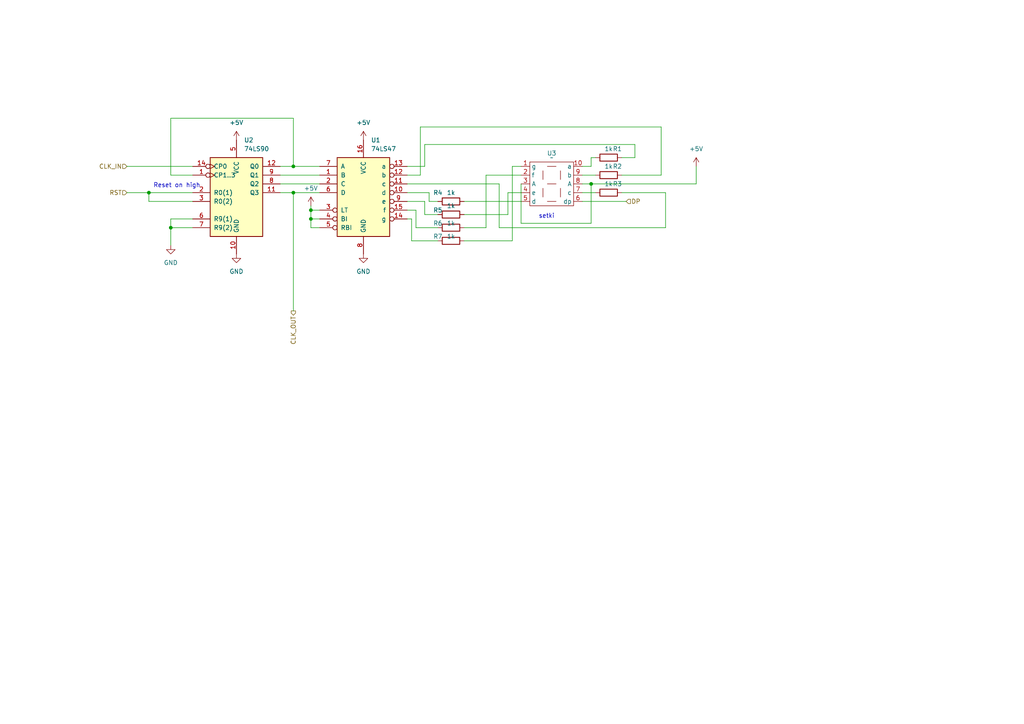
<source format=kicad_sch>
(kicad_sch (version 20230121) (generator eeschema)

  (uuid aa80dd3c-6730-4a80-a853-71b2d652b525)

  (paper "A4")

  (lib_symbols
    (symbol "74xx:74LS47" (pin_names (offset 1.016)) (in_bom yes) (on_board yes)
      (property "Reference" "U" (at -7.62 11.43 0)
        (effects (font (size 1.27 1.27)))
      )
      (property "Value" "74LS47" (at -7.62 -13.97 0)
        (effects (font (size 1.27 1.27)))
      )
      (property "Footprint" "" (at 0 0 0)
        (effects (font (size 1.27 1.27)) hide)
      )
      (property "Datasheet" "http://www.ti.com/lit/gpn/sn74LS47" (at 0 0 0)
        (effects (font (size 1.27 1.27)) hide)
      )
      (property "ki_locked" "" (at 0 0 0)
        (effects (font (size 1.27 1.27)))
      )
      (property "ki_keywords" "TTL DECOD DECOD7 OpenCol" (at 0 0 0)
        (effects (font (size 1.27 1.27)) hide)
      )
      (property "ki_description" "BCD to 7-segment Driver, Open Collector, 30V outputs" (at 0 0 0)
        (effects (font (size 1.27 1.27)) hide)
      )
      (property "ki_fp_filters" "DIP?16*" (at 0 0 0)
        (effects (font (size 1.27 1.27)) hide)
      )
      (symbol "74LS47_1_0"
        (pin input line (at -12.7 5.08 0) (length 5.08)
          (name "B" (effects (font (size 1.27 1.27))))
          (number "1" (effects (font (size 1.27 1.27))))
        )
        (pin open_collector inverted (at 12.7 0 180) (length 5.08)
          (name "d" (effects (font (size 1.27 1.27))))
          (number "10" (effects (font (size 1.27 1.27))))
        )
        (pin open_collector inverted (at 12.7 2.54 180) (length 5.08)
          (name "c" (effects (font (size 1.27 1.27))))
          (number "11" (effects (font (size 1.27 1.27))))
        )
        (pin open_collector inverted (at 12.7 5.08 180) (length 5.08)
          (name "b" (effects (font (size 1.27 1.27))))
          (number "12" (effects (font (size 1.27 1.27))))
        )
        (pin open_collector inverted (at 12.7 7.62 180) (length 5.08)
          (name "a" (effects (font (size 1.27 1.27))))
          (number "13" (effects (font (size 1.27 1.27))))
        )
        (pin open_collector inverted (at 12.7 -7.62 180) (length 5.08)
          (name "g" (effects (font (size 1.27 1.27))))
          (number "14" (effects (font (size 1.27 1.27))))
        )
        (pin open_collector inverted (at 12.7 -5.08 180) (length 5.08)
          (name "f" (effects (font (size 1.27 1.27))))
          (number "15" (effects (font (size 1.27 1.27))))
        )
        (pin power_in line (at 0 15.24 270) (length 5.08)
          (name "VCC" (effects (font (size 1.27 1.27))))
          (number "16" (effects (font (size 1.27 1.27))))
        )
        (pin input line (at -12.7 2.54 0) (length 5.08)
          (name "C" (effects (font (size 1.27 1.27))))
          (number "2" (effects (font (size 1.27 1.27))))
        )
        (pin input inverted (at -12.7 -5.08 0) (length 5.08)
          (name "LT" (effects (font (size 1.27 1.27))))
          (number "3" (effects (font (size 1.27 1.27))))
        )
        (pin input inverted (at -12.7 -7.62 0) (length 5.08)
          (name "BI" (effects (font (size 1.27 1.27))))
          (number "4" (effects (font (size 1.27 1.27))))
        )
        (pin input inverted (at -12.7 -10.16 0) (length 5.08)
          (name "RBI" (effects (font (size 1.27 1.27))))
          (number "5" (effects (font (size 1.27 1.27))))
        )
        (pin input line (at -12.7 0 0) (length 5.08)
          (name "D" (effects (font (size 1.27 1.27))))
          (number "6" (effects (font (size 1.27 1.27))))
        )
        (pin input line (at -12.7 7.62 0) (length 5.08)
          (name "A" (effects (font (size 1.27 1.27))))
          (number "7" (effects (font (size 1.27 1.27))))
        )
        (pin power_in line (at 0 -17.78 90) (length 5.08)
          (name "GND" (effects (font (size 1.27 1.27))))
          (number "8" (effects (font (size 1.27 1.27))))
        )
        (pin open_collector inverted (at 12.7 -2.54 180) (length 5.08)
          (name "e" (effects (font (size 1.27 1.27))))
          (number "9" (effects (font (size 1.27 1.27))))
        )
      )
      (symbol "74LS47_1_1"
        (rectangle (start -7.62 10.16) (end 7.62 -12.7)
          (stroke (width 0.254) (type default))
          (fill (type background))
        )
      )
    )
    (symbol "74xx:74LS90" (pin_names (offset 1.016)) (in_bom yes) (on_board yes)
      (property "Reference" "U" (at -7.62 11.43 0)
        (effects (font (size 1.27 1.27)))
      )
      (property "Value" "74LS90" (at -7.62 -13.97 0)
        (effects (font (size 1.27 1.27)))
      )
      (property "Footprint" "" (at 0 0 0)
        (effects (font (size 1.27 1.27)) hide)
      )
      (property "Datasheet" "http://www.ti.com/lit/gpn/sn74LS90" (at 0 0 0)
        (effects (font (size 1.27 1.27)) hide)
      )
      (property "ki_locked" "" (at 0 0 0)
        (effects (font (size 1.27 1.27)))
      )
      (property "ki_keywords" "TTL CNT CNT4" (at 0 0 0)
        (effects (font (size 1.27 1.27)) hide)
      )
      (property "ki_description" "BCD Counter ( div 2 & div 5 )" (at 0 0 0)
        (effects (font (size 1.27 1.27)) hide)
      )
      (property "ki_fp_filters" "DIP?12*" (at 0 0 0)
        (effects (font (size 1.27 1.27)) hide)
      )
      (symbol "74LS90_1_0"
        (pin input inverted_clock (at -12.7 5.08 0) (length 5.08)
          (name "CP1..3" (effects (font (size 1.27 1.27))))
          (number "1" (effects (font (size 1.27 1.27))))
        )
        (pin power_in line (at 0 -17.78 90) (length 5.08)
          (name "GND" (effects (font (size 1.27 1.27))))
          (number "10" (effects (font (size 1.27 1.27))))
        )
        (pin output line (at 12.7 0 180) (length 5.08)
          (name "Q3" (effects (font (size 1.27 1.27))))
          (number "11" (effects (font (size 1.27 1.27))))
        )
        (pin output line (at 12.7 7.62 180) (length 5.08)
          (name "Q0" (effects (font (size 1.27 1.27))))
          (number "12" (effects (font (size 1.27 1.27))))
        )
        (pin input inverted_clock (at -12.7 7.62 0) (length 5.08)
          (name "CP0" (effects (font (size 1.27 1.27))))
          (number "14" (effects (font (size 1.27 1.27))))
        )
        (pin input line (at -12.7 0 0) (length 5.08)
          (name "R0(1)" (effects (font (size 1.27 1.27))))
          (number "2" (effects (font (size 1.27 1.27))))
        )
        (pin input line (at -12.7 -2.54 0) (length 5.08)
          (name "R0(2)" (effects (font (size 1.27 1.27))))
          (number "3" (effects (font (size 1.27 1.27))))
        )
        (pin power_in line (at 0 15.24 270) (length 5.08)
          (name "VCC" (effects (font (size 1.27 1.27))))
          (number "5" (effects (font (size 1.27 1.27))))
        )
        (pin input line (at -12.7 -7.62 0) (length 5.08)
          (name "R9(1)" (effects (font (size 1.27 1.27))))
          (number "6" (effects (font (size 1.27 1.27))))
        )
        (pin input line (at -12.7 -10.16 0) (length 5.08)
          (name "R9(2)" (effects (font (size 1.27 1.27))))
          (number "7" (effects (font (size 1.27 1.27))))
        )
        (pin output line (at 12.7 2.54 180) (length 5.08)
          (name "Q2" (effects (font (size 1.27 1.27))))
          (number "8" (effects (font (size 1.27 1.27))))
        )
        (pin output line (at 12.7 5.08 180) (length 5.08)
          (name "Q1" (effects (font (size 1.27 1.27))))
          (number "9" (effects (font (size 1.27 1.27))))
        )
      )
      (symbol "74LS90_1_1"
        (rectangle (start -7.62 10.16) (end 7.62 -12.7)
          (stroke (width 0.254) (type default))
          (fill (type background))
        )
      )
    )
    (symbol "Device:R" (pin_numbers hide) (pin_names (offset 0)) (in_bom yes) (on_board yes)
      (property "Reference" "R" (at 2.032 0 90)
        (effects (font (size 1.27 1.27)))
      )
      (property "Value" "R" (at 0 0 90)
        (effects (font (size 1.27 1.27)))
      )
      (property "Footprint" "" (at -1.778 0 90)
        (effects (font (size 1.27 1.27)) hide)
      )
      (property "Datasheet" "~" (at 0 0 0)
        (effects (font (size 1.27 1.27)) hide)
      )
      (property "ki_keywords" "R res resistor" (at 0 0 0)
        (effects (font (size 1.27 1.27)) hide)
      )
      (property "ki_description" "Resistor" (at 0 0 0)
        (effects (font (size 1.27 1.27)) hide)
      )
      (property "ki_fp_filters" "R_*" (at 0 0 0)
        (effects (font (size 1.27 1.27)) hide)
      )
      (symbol "R_0_1"
        (rectangle (start -1.016 -2.54) (end 1.016 2.54)
          (stroke (width 0.254) (type default))
          (fill (type none))
        )
      )
      (symbol "R_1_1"
        (pin passive line (at 0 3.81 270) (length 1.27)
          (name "~" (effects (font (size 1.27 1.27))))
          (number "1" (effects (font (size 1.27 1.27))))
        )
        (pin passive line (at 0 -3.81 90) (length 1.27)
          (name "~" (effects (font (size 1.27 1.27))))
          (number "2" (effects (font (size 1.27 1.27))))
        )
      )
    )
    (symbol "HD1105:HD11050K" (in_bom yes) (on_board yes)
      (property "Reference" "U" (at 0 0 0)
        (effects (font (size 1.27 1.27)))
      )
      (property "Value" "" (at 0 0 0)
        (effects (font (size 1.27 1.27)))
      )
      (property "Footprint" "Package_DIP:DIP-10_W7.62mm_LongPads" (at 0 0 0)
        (effects (font (size 1.27 1.27)) hide)
      )
      (property "Datasheet" "" (at 0 0 0)
        (effects (font (size 1.27 1.27)) hide)
      )
      (property "ki_keywords" "segment anode " (at 0 0 0)
        (effects (font (size 1.27 1.27)) hide)
      )
      (property "ki_description" "7 segment Siemens red Common anode display" (at 0 0 0)
        (effects (font (size 1.27 1.27)) hide)
      )
      (symbol "HD11050K_0_1"
        (rectangle (start -6.35 -1.27) (end 6.35 -13.97)
          (stroke (width 0) (type default))
          (fill (type none))
        )
        (polyline
          (pts
            (xy -2.54 -8.89)
            (xy -2.54 -11.43)
          )
          (stroke (width 0) (type default))
          (fill (type none))
        )
        (polyline
          (pts
            (xy -2.54 -3.81)
            (xy -2.54 -6.35)
          )
          (stroke (width 0) (type default))
          (fill (type none))
        )
        (polyline
          (pts
            (xy -1.27 -12.7)
            (xy 1.27 -12.7)
          )
          (stroke (width 0) (type default))
          (fill (type none))
        )
        (polyline
          (pts
            (xy -1.27 -7.62)
            (xy 1.27 -7.62)
          )
          (stroke (width 0) (type default))
          (fill (type none))
        )
        (polyline
          (pts
            (xy -1.27 -2.54)
            (xy 1.27 -2.54)
          )
          (stroke (width 0) (type default))
          (fill (type none))
        )
        (polyline
          (pts
            (xy 2.54 -8.89)
            (xy 2.54 -11.43)
          )
          (stroke (width 0) (type default))
          (fill (type none))
        )
        (polyline
          (pts
            (xy 2.54 -3.81)
            (xy 2.54 -6.35)
          )
          (stroke (width 0) (type default))
          (fill (type none))
        )
      )
      (symbol "HD11050K_1_1"
        (pin input line (at -8.89 -2.54 0) (length 2.54)
          (name "g" (effects (font (size 1.27 1.27))))
          (number "1" (effects (font (size 1.27 1.27))))
        )
        (pin input line (at 8.89 -2.54 180) (length 2.54)
          (name "a" (effects (font (size 1.27 1.27))))
          (number "10" (effects (font (size 1.27 1.27))))
        )
        (pin input line (at -8.89 -5.08 0) (length 2.54)
          (name "f" (effects (font (size 1.27 1.27))))
          (number "2" (effects (font (size 1.27 1.27))))
        )
        (pin input line (at -8.89 -7.62 0) (length 2.54)
          (name "A" (effects (font (size 1.27 1.27))))
          (number "3" (effects (font (size 1.27 1.27))))
        )
        (pin input line (at -8.89 -10.16 0) (length 2.54)
          (name "e" (effects (font (size 1.27 1.27))))
          (number "4" (effects (font (size 1.27 1.27))))
        )
        (pin input line (at -8.89 -12.7 0) (length 2.54)
          (name "d" (effects (font (size 1.27 1.27))))
          (number "5" (effects (font (size 1.27 1.27))))
        )
        (pin input line (at 8.89 -12.7 180) (length 2.54)
          (name "dp" (effects (font (size 1.27 1.27))))
          (number "6" (effects (font (size 1.27 1.27))))
        )
        (pin input line (at 8.89 -10.16 180) (length 2.54)
          (name "c" (effects (font (size 1.27 1.27))))
          (number "7" (effects (font (size 1.27 1.27))))
        )
        (pin input line (at 8.89 -7.62 180) (length 2.54)
          (name "A" (effects (font (size 1.27 1.27))))
          (number "8" (effects (font (size 1.27 1.27))))
        )
        (pin input line (at 8.89 -5.08 180) (length 2.54)
          (name "b" (effects (font (size 1.27 1.27))))
          (number "9" (effects (font (size 1.27 1.27))))
        )
      )
    )
    (symbol "power:+5V" (power) (pin_names (offset 0)) (in_bom yes) (on_board yes)
      (property "Reference" "#PWR" (at 0 -3.81 0)
        (effects (font (size 1.27 1.27)) hide)
      )
      (property "Value" "+5V" (at 0 3.556 0)
        (effects (font (size 1.27 1.27)))
      )
      (property "Footprint" "" (at 0 0 0)
        (effects (font (size 1.27 1.27)) hide)
      )
      (property "Datasheet" "" (at 0 0 0)
        (effects (font (size 1.27 1.27)) hide)
      )
      (property "ki_keywords" "global power" (at 0 0 0)
        (effects (font (size 1.27 1.27)) hide)
      )
      (property "ki_description" "Power symbol creates a global label with name \"+5V\"" (at 0 0 0)
        (effects (font (size 1.27 1.27)) hide)
      )
      (symbol "+5V_0_1"
        (polyline
          (pts
            (xy -0.762 1.27)
            (xy 0 2.54)
          )
          (stroke (width 0) (type default))
          (fill (type none))
        )
        (polyline
          (pts
            (xy 0 0)
            (xy 0 2.54)
          )
          (stroke (width 0) (type default))
          (fill (type none))
        )
        (polyline
          (pts
            (xy 0 2.54)
            (xy 0.762 1.27)
          )
          (stroke (width 0) (type default))
          (fill (type none))
        )
      )
      (symbol "+5V_1_1"
        (pin power_in line (at 0 0 90) (length 0) hide
          (name "+5V" (effects (font (size 1.27 1.27))))
          (number "1" (effects (font (size 1.27 1.27))))
        )
      )
    )
    (symbol "power:GND" (power) (pin_names (offset 0)) (in_bom yes) (on_board yes)
      (property "Reference" "#PWR" (at 0 -6.35 0)
        (effects (font (size 1.27 1.27)) hide)
      )
      (property "Value" "GND" (at 0 -3.81 0)
        (effects (font (size 1.27 1.27)))
      )
      (property "Footprint" "" (at 0 0 0)
        (effects (font (size 1.27 1.27)) hide)
      )
      (property "Datasheet" "" (at 0 0 0)
        (effects (font (size 1.27 1.27)) hide)
      )
      (property "ki_keywords" "global power" (at 0 0 0)
        (effects (font (size 1.27 1.27)) hide)
      )
      (property "ki_description" "Power symbol creates a global label with name \"GND\" , ground" (at 0 0 0)
        (effects (font (size 1.27 1.27)) hide)
      )
      (symbol "GND_0_1"
        (polyline
          (pts
            (xy 0 0)
            (xy 0 -1.27)
            (xy 1.27 -1.27)
            (xy 0 -2.54)
            (xy -1.27 -1.27)
            (xy 0 -1.27)
          )
          (stroke (width 0) (type default))
          (fill (type none))
        )
      )
      (symbol "GND_1_1"
        (pin power_in line (at 0 0 270) (length 0) hide
          (name "GND" (effects (font (size 1.27 1.27))))
          (number "1" (effects (font (size 1.27 1.27))))
        )
      )
    )
  )

  (junction (at 85.09 55.88) (diameter 0) (color 0 0 0 0)
    (uuid 2cf5aa68-3c8c-4993-a64a-551907752088)
  )
  (junction (at 43.18 55.88) (diameter 0) (color 0 0 0 0)
    (uuid 4383590c-de97-4d84-b7d0-1dcebcfff8d7)
  )
  (junction (at 171.45 53.34) (diameter 0) (color 0 0 0 0)
    (uuid 5952c208-7acc-467c-8125-98347e1613d4)
  )
  (junction (at 85.09 48.26) (diameter 0) (color 0 0 0 0)
    (uuid 6718c146-4f16-493b-80e0-54e8f7f21c37)
  )
  (junction (at 90.17 63.5) (diameter 0) (color 0 0 0 0)
    (uuid 9ab99bc3-585c-4421-ab0b-c608f947db97)
  )
  (junction (at 49.53 66.04) (diameter 0) (color 0 0 0 0)
    (uuid 9caf6704-f043-42de-aaa9-c2efb5e0126d)
  )
  (junction (at 90.17 60.96) (diameter 0) (color 0 0 0 0)
    (uuid e40e070d-95d6-42c8-b695-88dd22cd040b)
  )

  (wire (pts (xy 124.46 58.42) (xy 124.46 55.88))
    (stroke (width 0) (type default))
    (uuid 00f96c31-3275-4114-9718-d2e1b2923a58)
  )
  (wire (pts (xy 172.72 55.88) (xy 168.91 55.88))
    (stroke (width 0) (type default))
    (uuid 031acb1b-d665-4789-aff6-e1f8d934eaab)
  )
  (wire (pts (xy 120.65 60.96) (xy 120.65 66.04))
    (stroke (width 0) (type default))
    (uuid 03a85f5b-f7c1-4572-8163-4dd008eec5b7)
  )
  (wire (pts (xy 85.09 48.26) (xy 85.09 34.29))
    (stroke (width 0) (type default))
    (uuid 065c5050-d94b-4140-8e07-c8480b569098)
  )
  (wire (pts (xy 85.09 55.88) (xy 85.09 90.17))
    (stroke (width 0) (type default))
    (uuid 0f8b8b5f-90af-43e2-842b-fa58903a8183)
  )
  (wire (pts (xy 123.19 41.91) (xy 123.19 48.26))
    (stroke (width 0) (type default))
    (uuid 100183a2-e66f-4a0c-916c-cbce796d571e)
  )
  (wire (pts (xy 180.34 50.8) (xy 191.77 50.8))
    (stroke (width 0) (type default))
    (uuid 18a5bfb5-7293-4b12-be40-97dfdb35c962)
  )
  (wire (pts (xy 172.72 50.8) (xy 168.91 50.8))
    (stroke (width 0) (type default))
    (uuid 1d34fbda-43d9-4e55-934e-4292bf4f9c85)
  )
  (wire (pts (xy 140.97 50.8) (xy 151.13 50.8))
    (stroke (width 0) (type default))
    (uuid 1f1fc0fa-b0f0-4a6a-b8ca-8987e8bb960a)
  )
  (wire (pts (xy 127 58.42) (xy 124.46 58.42))
    (stroke (width 0) (type default))
    (uuid 23646ad7-81e4-43f8-9d91-41dd8e05f623)
  )
  (wire (pts (xy 193.04 66.04) (xy 193.04 55.88))
    (stroke (width 0) (type default))
    (uuid 256dbdbb-ef1c-4c1e-8fe3-3ce1ae2ba83f)
  )
  (wire (pts (xy 118.11 58.42) (xy 123.19 58.42))
    (stroke (width 0) (type default))
    (uuid 25eaf4a1-7c56-4e13-8597-26bf568e26c9)
  )
  (wire (pts (xy 121.92 36.83) (xy 121.92 50.8))
    (stroke (width 0) (type default))
    (uuid 2adc8bf5-b273-42c9-8c87-e02aa2c68f98)
  )
  (wire (pts (xy 43.18 58.42) (xy 43.18 55.88))
    (stroke (width 0) (type default))
    (uuid 2ec545da-9249-499c-b9cd-d61731e7545b)
  )
  (wire (pts (xy 121.92 50.8) (xy 118.11 50.8))
    (stroke (width 0) (type default))
    (uuid 2fde81fd-c3d3-489b-aa53-0a2c97aebeb4)
  )
  (wire (pts (xy 49.53 50.8) (xy 55.88 50.8))
    (stroke (width 0) (type default))
    (uuid 3162ff0e-aa37-4e20-9d04-490349e58056)
  )
  (wire (pts (xy 49.53 66.04) (xy 49.53 71.12))
    (stroke (width 0) (type default))
    (uuid 3494ee0a-24ce-4548-828f-e43d055511a9)
  )
  (wire (pts (xy 191.77 36.83) (xy 121.92 36.83))
    (stroke (width 0) (type default))
    (uuid 370d70fe-d230-4ec7-a300-49c72cf1cf65)
  )
  (wire (pts (xy 193.04 55.88) (xy 180.34 55.88))
    (stroke (width 0) (type default))
    (uuid 371434bc-47e0-4a6d-abf8-a7dc7b3f9e78)
  )
  (wire (pts (xy 43.18 58.42) (xy 55.88 58.42))
    (stroke (width 0) (type default))
    (uuid 39d630d5-81d7-4c3e-9fa4-99df835b2245)
  )
  (wire (pts (xy 123.19 62.23) (xy 127 62.23))
    (stroke (width 0) (type default))
    (uuid 3a11502d-d7ce-4d3f-983f-ba6a30c84887)
  )
  (wire (pts (xy 134.62 62.23) (xy 147.32 62.23))
    (stroke (width 0) (type default))
    (uuid 4446a132-e33d-4257-addd-25e65a20329a)
  )
  (wire (pts (xy 134.62 66.04) (xy 140.97 66.04))
    (stroke (width 0) (type default))
    (uuid 48b9bc3a-dbe3-4c6f-9d98-eee531bd2c5a)
  )
  (wire (pts (xy 148.59 48.26) (xy 151.13 48.26))
    (stroke (width 0) (type default))
    (uuid 48e768c2-545b-474c-a2e9-1af58ac9df87)
  )
  (wire (pts (xy 191.77 50.8) (xy 191.77 36.83))
    (stroke (width 0) (type default))
    (uuid 4d2c0adb-d0a0-4a23-8ee2-05e5538f20e6)
  )
  (wire (pts (xy 134.62 58.42) (xy 151.13 58.42))
    (stroke (width 0) (type default))
    (uuid 4f125159-cdd8-4aff-9d5b-3912ae1711d2)
  )
  (wire (pts (xy 49.53 63.5) (xy 49.53 66.04))
    (stroke (width 0) (type default))
    (uuid 5a89be1d-97cc-4e01-85cf-c0a35dbfbb96)
  )
  (wire (pts (xy 36.83 55.88) (xy 43.18 55.88))
    (stroke (width 0) (type default))
    (uuid 60669b0c-b97f-4194-a43f-953660b5574d)
  )
  (wire (pts (xy 147.32 55.88) (xy 151.13 55.88))
    (stroke (width 0) (type default))
    (uuid 61aec07e-d9bf-48e2-b56b-c5c77f7f6dd7)
  )
  (wire (pts (xy 140.97 66.04) (xy 140.97 50.8))
    (stroke (width 0) (type default))
    (uuid 633a57bc-fdb6-419b-8c12-f0255179ee90)
  )
  (wire (pts (xy 144.78 66.04) (xy 193.04 66.04))
    (stroke (width 0) (type default))
    (uuid 638151dc-14f7-4808-83d4-7a31abac4ddb)
  )
  (wire (pts (xy 123.19 48.26) (xy 118.11 48.26))
    (stroke (width 0) (type default))
    (uuid 641f976f-786e-44d8-9460-4cc59a5c048f)
  )
  (wire (pts (xy 92.71 55.88) (xy 85.09 55.88))
    (stroke (width 0) (type default))
    (uuid 6d603e2c-b5aa-441c-9b7e-0ec7234d417e)
  )
  (wire (pts (xy 49.53 63.5) (xy 55.88 63.5))
    (stroke (width 0) (type default))
    (uuid 73c85fc7-8528-4a70-98a9-7e8ec867c79b)
  )
  (wire (pts (xy 184.15 45.72) (xy 180.34 45.72))
    (stroke (width 0) (type default))
    (uuid 752e1822-352f-46ce-923d-6980d6054b23)
  )
  (wire (pts (xy 49.53 66.04) (xy 55.88 66.04))
    (stroke (width 0) (type default))
    (uuid 77e851f0-bf88-4010-ad4f-00e0e4ae72c0)
  )
  (wire (pts (xy 92.71 66.04) (xy 90.17 66.04))
    (stroke (width 0) (type default))
    (uuid 795d4918-4a68-4651-9434-37db5a07849b)
  )
  (wire (pts (xy 168.91 58.42) (xy 181.61 58.42))
    (stroke (width 0) (type default))
    (uuid 7de1733b-26d3-4fbd-ad72-0dfe056a2a57)
  )
  (wire (pts (xy 43.18 55.88) (xy 55.88 55.88))
    (stroke (width 0) (type default))
    (uuid 8995966a-aa12-4bf0-a491-4f2e772f6b64)
  )
  (wire (pts (xy 119.38 69.85) (xy 127 69.85))
    (stroke (width 0) (type default))
    (uuid 8f1878c8-60ad-4e7a-9d88-8a5de7cc48ab)
  )
  (wire (pts (xy 118.11 63.5) (xy 119.38 63.5))
    (stroke (width 0) (type default))
    (uuid 91cb44bb-7549-4ccb-b93d-382593e88262)
  )
  (wire (pts (xy 168.91 53.34) (xy 171.45 53.34))
    (stroke (width 0) (type default))
    (uuid 978918a9-3274-4a3d-98f0-15ebb1b438dd)
  )
  (wire (pts (xy 171.45 48.26) (xy 168.91 48.26))
    (stroke (width 0) (type default))
    (uuid 9cf22afa-93f9-4a91-af0f-1129cd210087)
  )
  (wire (pts (xy 171.45 53.34) (xy 171.45 64.77))
    (stroke (width 0) (type default))
    (uuid 9db0c340-a6bf-4fd1-ab6a-4bccf41c18cc)
  )
  (wire (pts (xy 144.78 53.34) (xy 144.78 66.04))
    (stroke (width 0) (type default))
    (uuid 9ef54665-514d-4892-937e-2aad7d36d975)
  )
  (wire (pts (xy 118.11 60.96) (xy 120.65 60.96))
    (stroke (width 0) (type default))
    (uuid 9f28e380-15f4-439e-8f74-5e4fcd4c8564)
  )
  (wire (pts (xy 49.53 34.29) (xy 49.53 50.8))
    (stroke (width 0) (type default))
    (uuid a0cabb6b-c769-45dd-92d2-3d10fad9e923)
  )
  (wire (pts (xy 171.45 45.72) (xy 172.72 45.72))
    (stroke (width 0) (type default))
    (uuid a223363a-27d1-45ae-8229-60b1c9daca33)
  )
  (wire (pts (xy 85.09 34.29) (xy 49.53 34.29))
    (stroke (width 0) (type default))
    (uuid a5512a15-8cfa-4a68-87dd-c75b8398c817)
  )
  (wire (pts (xy 90.17 63.5) (xy 90.17 60.96))
    (stroke (width 0) (type default))
    (uuid a7204aa8-a880-4d73-abbc-db4c9ddab321)
  )
  (wire (pts (xy 124.46 55.88) (xy 118.11 55.88))
    (stroke (width 0) (type default))
    (uuid a8b3f7dc-15d5-4284-ae10-b899ae55c39e)
  )
  (wire (pts (xy 90.17 63.5) (xy 92.71 63.5))
    (stroke (width 0) (type default))
    (uuid a9dcd2f8-1fc7-48ae-92db-206ddb264c09)
  )
  (wire (pts (xy 85.09 48.26) (xy 81.28 48.26))
    (stroke (width 0) (type default))
    (uuid aa8f5b63-5345-4f64-92c1-5ea6a842578b)
  )
  (wire (pts (xy 171.45 45.72) (xy 171.45 48.26))
    (stroke (width 0) (type default))
    (uuid abb9e02c-2acb-4f0d-b568-95d493e92265)
  )
  (wire (pts (xy 147.32 62.23) (xy 147.32 55.88))
    (stroke (width 0) (type default))
    (uuid abc1f85f-d9b1-48d4-a830-9ff439c8842f)
  )
  (wire (pts (xy 85.09 55.88) (xy 81.28 55.88))
    (stroke (width 0) (type default))
    (uuid ad78f631-9d86-4b4b-816f-37e85be1a14e)
  )
  (wire (pts (xy 134.62 69.85) (xy 148.59 69.85))
    (stroke (width 0) (type default))
    (uuid b0a9a84d-6f27-483a-85c8-357c64e97c74)
  )
  (wire (pts (xy 151.13 53.34) (xy 151.13 64.77))
    (stroke (width 0) (type default))
    (uuid b5201e00-5d39-4cc8-8776-92f4ea37517c)
  )
  (wire (pts (xy 120.65 66.04) (xy 127 66.04))
    (stroke (width 0) (type default))
    (uuid c72b4862-ebee-44fb-81a6-0ba8eab40c8a)
  )
  (wire (pts (xy 118.11 53.34) (xy 144.78 53.34))
    (stroke (width 0) (type default))
    (uuid c878b752-d14f-4ce1-8915-b36862996702)
  )
  (wire (pts (xy 171.45 53.34) (xy 201.93 53.34))
    (stroke (width 0) (type default))
    (uuid c89b82d3-62e9-450b-a3e4-0019177bd8e8)
  )
  (wire (pts (xy 92.71 50.8) (xy 81.28 50.8))
    (stroke (width 0) (type default))
    (uuid ce8e88c1-66ea-4ed6-a1cc-5a3980f207e1)
  )
  (wire (pts (xy 184.15 41.91) (xy 184.15 45.72))
    (stroke (width 0) (type default))
    (uuid d2be89a3-5ead-4674-9d88-06173b4e2fe7)
  )
  (wire (pts (xy 90.17 66.04) (xy 90.17 63.5))
    (stroke (width 0) (type default))
    (uuid d3ea3126-b501-4de5-94fd-5b08ced8954f)
  )
  (wire (pts (xy 90.17 60.96) (xy 92.71 60.96))
    (stroke (width 0) (type default))
    (uuid dbadd463-63df-4146-897d-de813dd3b20c)
  )
  (wire (pts (xy 36.83 48.26) (xy 55.88 48.26))
    (stroke (width 0) (type default))
    (uuid dbb17f09-7539-4e2f-9461-2d6e648d004f)
  )
  (wire (pts (xy 148.59 69.85) (xy 148.59 48.26))
    (stroke (width 0) (type default))
    (uuid e45cee97-b3fc-43b2-8214-95fb9e3a46f7)
  )
  (wire (pts (xy 92.71 48.26) (xy 85.09 48.26))
    (stroke (width 0) (type default))
    (uuid e71c6e7a-ff71-45a7-bdab-4d24251e1b44)
  )
  (wire (pts (xy 90.17 59.69) (xy 90.17 60.96))
    (stroke (width 0) (type default))
    (uuid e84298eb-84c4-40dd-a5c2-71e236c34535)
  )
  (wire (pts (xy 201.93 48.26) (xy 201.93 53.34))
    (stroke (width 0) (type default))
    (uuid ea2b3a8a-b725-4803-9a34-505f87e33220)
  )
  (wire (pts (xy 151.13 64.77) (xy 171.45 64.77))
    (stroke (width 0) (type default))
    (uuid eb2dbfac-9157-47bd-b465-ae92440167d9)
  )
  (wire (pts (xy 119.38 63.5) (xy 119.38 69.85))
    (stroke (width 0) (type default))
    (uuid f0cf8db2-2257-4221-93ad-dc3092ec2617)
  )
  (wire (pts (xy 123.19 41.91) (xy 184.15 41.91))
    (stroke (width 0) (type default))
    (uuid f0f1f173-7349-4880-a970-f13704a12c9b)
  )
  (wire (pts (xy 92.71 53.34) (xy 81.28 53.34))
    (stroke (width 0) (type default))
    (uuid f2e3109e-b254-47da-94b7-a1628a8577f0)
  )
  (wire (pts (xy 123.19 58.42) (xy 123.19 62.23))
    (stroke (width 0) (type default))
    (uuid fb10d233-050f-480f-a465-050232f3c176)
  )

  (text "setki" (at 156.21 63.5 0)
    (effects (font (size 1.27 1.27)) (justify left bottom))
    (uuid 3724ce9e-78eb-4b5f-ad0e-7df85c6b9af1)
  )
  (text "Reset on high" (at 44.45 54.61 0)
    (effects (font (size 1.27 1.27)) (justify left bottom))
    (uuid e2c54442-f7d2-4f37-9e9b-ea74419b0010)
  )

  (hierarchical_label "CLK_IN" (shape input) (at 36.83 48.26 180) (fields_autoplaced)
    (effects (font (size 1.27 1.27)) (justify right))
    (uuid 1681e073-06ca-4ad0-a355-dd8d02f924ca)
  )
  (hierarchical_label "DP" (shape input) (at 181.61 58.42 0) (fields_autoplaced)
    (effects (font (size 1.27 1.27)) (justify left))
    (uuid a01aa278-ff17-40f3-9be3-818db246c980)
  )
  (hierarchical_label "RST" (shape input) (at 36.83 55.88 180) (fields_autoplaced)
    (effects (font (size 1.27 1.27)) (justify right))
    (uuid c0e5c465-3381-4bde-b17e-ee6a15b79e71)
  )
  (hierarchical_label "CLK_OUT" (shape output) (at 85.09 90.17 270) (fields_autoplaced)
    (effects (font (size 1.27 1.27)) (justify right))
    (uuid d565c833-d59a-487f-8b10-b789938ec795)
  )

  (symbol (lib_id "power:+5V") (at 90.17 59.69 0) (unit 1)
    (in_bom yes) (on_board yes) (dnp no) (fields_autoplaced)
    (uuid 0247c25f-513b-4ea8-9ddc-a8a099fd5842)
    (property "Reference" "#PWR06" (at 90.17 63.5 0)
      (effects (font (size 1.27 1.27)) hide)
    )
    (property "Value" "+5V" (at 90.17 54.61 0)
      (effects (font (size 1.27 1.27)))
    )
    (property "Footprint" "" (at 90.17 59.69 0)
      (effects (font (size 1.27 1.27)) hide)
    )
    (property "Datasheet" "" (at 90.17 59.69 0)
      (effects (font (size 1.27 1.27)) hide)
    )
    (pin "1" (uuid f6f9ae83-59dc-4cfb-8343-e19db1c9e77e))
    (instances
      (project "TimerS"
        (path "/78a5e9e2-666e-497f-a0eb-8939aa477525"
          (reference "#PWR06") (unit 1)
        )
        (path "/78a5e9e2-666e-497f-a0eb-8939aa477525/0e57e119-3223-4049-b4b4-bd1f493764a4"
          (reference "#PWR04") (unit 1)
        )
        (path "/78a5e9e2-666e-497f-a0eb-8939aa477525/b801ffe0-bd6f-4822-be43-886e0757db5c"
          (reference "#PWR012") (unit 1)
        )
        (path "/78a5e9e2-666e-497f-a0eb-8939aa477525/52678863-3434-4e96-b80e-32d18982382b"
          (reference "#PWR019") (unit 1)
        )
        (path "/78a5e9e2-666e-497f-a0eb-8939aa477525/5db01536-9f01-45aa-b010-cb7f150850cd"
          (reference "#PWR026") (unit 1)
        )
      )
    )
  )

  (symbol (lib_id "74xx:74LS90") (at 68.58 55.88 0) (unit 1)
    (in_bom yes) (on_board yes) (dnp no) (fields_autoplaced)
    (uuid 07cfae02-aa8f-4ec5-ab61-0c8b5b50c3a4)
    (property "Reference" "U2" (at 70.7741 40.64 0)
      (effects (font (size 1.27 1.27)) (justify left))
    )
    (property "Value" "74LS90" (at 70.7741 43.18 0)
      (effects (font (size 1.27 1.27)) (justify left))
    )
    (property "Footprint" "Package_DIP:DIP-14_W7.62mm_LongPads" (at 68.58 55.88 0)
      (effects (font (size 1.27 1.27)) hide)
    )
    (property "Datasheet" "http://www.ti.com/lit/gpn/sn74LS90" (at 68.58 55.88 0)
      (effects (font (size 1.27 1.27)) hide)
    )
    (pin "1" (uuid 4321f9aa-66e1-4300-a6b6-4df67157e6a4))
    (pin "10" (uuid 1898f1ef-020a-4f17-a4d0-74f101b4e00a))
    (pin "11" (uuid 1e9ab62c-5748-416c-8afc-8768c29cf8b7))
    (pin "12" (uuid 7bb16090-d6cb-498a-9b03-11ba66287296))
    (pin "14" (uuid 546f2aa7-920d-467b-b8f9-352664554d03))
    (pin "2" (uuid 6ed5eacb-7056-413c-8f91-2cbddb98555a))
    (pin "3" (uuid 8e96bac4-24a3-41d9-94d7-15f8904d315a))
    (pin "5" (uuid 02bf9335-fef8-4458-9e63-1e58273aca75))
    (pin "6" (uuid 9e53108f-c7f7-4f66-915d-41b66a5c0e52))
    (pin "7" (uuid 67aa5f29-a981-4c75-b3f1-ba1d542abab7))
    (pin "8" (uuid 4e92adfb-8acf-4f03-99fc-072d17d72e64))
    (pin "9" (uuid 69b9060b-5e38-455b-9d22-5dabd4848f9f))
    (instances
      (project "TimerS"
        (path "/78a5e9e2-666e-497f-a0eb-8939aa477525"
          (reference "U2") (unit 1)
        )
        (path "/78a5e9e2-666e-497f-a0eb-8939aa477525/0e57e119-3223-4049-b4b4-bd1f493764a4"
          (reference "U1") (unit 1)
        )
        (path "/78a5e9e2-666e-497f-a0eb-8939aa477525/b801ffe0-bd6f-4822-be43-886e0757db5c"
          (reference "U5") (unit 1)
        )
        (path "/78a5e9e2-666e-497f-a0eb-8939aa477525/52678863-3434-4e96-b80e-32d18982382b"
          (reference "U8") (unit 1)
        )
        (path "/78a5e9e2-666e-497f-a0eb-8939aa477525/5db01536-9f01-45aa-b010-cb7f150850cd"
          (reference "U11") (unit 1)
        )
      )
    )
  )

  (symbol (lib_id "Device:R") (at 130.81 69.85 90) (unit 1)
    (in_bom yes) (on_board yes) (dnp no)
    (uuid 14cfcfd9-c55e-43f5-a5cc-fbb557772533)
    (property "Reference" "R7" (at 127 68.58 90)
      (effects (font (size 1.27 1.27)))
    )
    (property "Value" "1k" (at 130.81 68.58 90)
      (effects (font (size 1.27 1.27)))
    )
    (property "Footprint" "Resistor_THT:R_Axial_DIN0204_L3.6mm_D1.6mm_P5.08mm_Horizontal" (at 130.81 71.628 90)
      (effects (font (size 1.27 1.27)) hide)
    )
    (property "Datasheet" "~" (at 130.81 69.85 0)
      (effects (font (size 1.27 1.27)) hide)
    )
    (pin "1" (uuid d247c990-f125-4f3c-a283-5df3357ff039))
    (pin "2" (uuid 5a6dc0ae-e818-4745-bdb2-d21f763a052b))
    (instances
      (project "TimerS"
        (path "/78a5e9e2-666e-497f-a0eb-8939aa477525"
          (reference "R7") (unit 1)
        )
        (path "/78a5e9e2-666e-497f-a0eb-8939aa477525/0e57e119-3223-4049-b4b4-bd1f493764a4"
          (reference "R4") (unit 1)
        )
        (path "/78a5e9e2-666e-497f-a0eb-8939aa477525/b801ffe0-bd6f-4822-be43-886e0757db5c"
          (reference "R11") (unit 1)
        )
        (path "/78a5e9e2-666e-497f-a0eb-8939aa477525/52678863-3434-4e96-b80e-32d18982382b"
          (reference "R19") (unit 1)
        )
        (path "/78a5e9e2-666e-497f-a0eb-8939aa477525/5db01536-9f01-45aa-b010-cb7f150850cd"
          (reference "R26") (unit 1)
        )
      )
    )
  )

  (symbol (lib_id "Device:R") (at 130.81 58.42 90) (unit 1)
    (in_bom yes) (on_board yes) (dnp no)
    (uuid 2c1b697c-2fd8-4d53-b8ca-bb795a12b070)
    (property "Reference" "R4" (at 127 55.88 90)
      (effects (font (size 1.27 1.27)))
    )
    (property "Value" "1k" (at 130.81 55.88 90)
      (effects (font (size 1.27 1.27)))
    )
    (property "Footprint" "Resistor_THT:R_Axial_DIN0204_L3.6mm_D1.6mm_P5.08mm_Horizontal" (at 130.81 60.198 90)
      (effects (font (size 1.27 1.27)) hide)
    )
    (property "Datasheet" "~" (at 130.81 58.42 0)
      (effects (font (size 1.27 1.27)) hide)
    )
    (pin "1" (uuid 61c05d22-0afa-4379-97b6-591114a4819c))
    (pin "2" (uuid b1845dbd-e545-445d-896e-54e910bfc53f))
    (instances
      (project "TimerS"
        (path "/78a5e9e2-666e-497f-a0eb-8939aa477525"
          (reference "R4") (unit 1)
        )
        (path "/78a5e9e2-666e-497f-a0eb-8939aa477525/0e57e119-3223-4049-b4b4-bd1f493764a4"
          (reference "R1") (unit 1)
        )
        (path "/78a5e9e2-666e-497f-a0eb-8939aa477525/b801ffe0-bd6f-4822-be43-886e0757db5c"
          (reference "R8") (unit 1)
        )
        (path "/78a5e9e2-666e-497f-a0eb-8939aa477525/52678863-3434-4e96-b80e-32d18982382b"
          (reference "R16") (unit 1)
        )
        (path "/78a5e9e2-666e-497f-a0eb-8939aa477525/5db01536-9f01-45aa-b010-cb7f150850cd"
          (reference "R23") (unit 1)
        )
      )
    )
  )

  (symbol (lib_id "Device:R") (at 176.53 55.88 90) (unit 1)
    (in_bom yes) (on_board yes) (dnp no)
    (uuid 39880d5a-d949-46ef-b464-b18b405ff7d6)
    (property "Reference" "R3" (at 179.07 53.34 90)
      (effects (font (size 1.27 1.27)))
    )
    (property "Value" "1k" (at 176.53 53.34 90)
      (effects (font (size 1.27 1.27)))
    )
    (property "Footprint" "Resistor_THT:R_Axial_DIN0204_L3.6mm_D1.6mm_P5.08mm_Horizontal" (at 176.53 57.658 90)
      (effects (font (size 1.27 1.27)) hide)
    )
    (property "Datasheet" "~" (at 176.53 55.88 0)
      (effects (font (size 1.27 1.27)) hide)
    )
    (pin "1" (uuid 0696699b-f99a-4f1a-838d-7aed59185359))
    (pin "2" (uuid d3a38894-bb48-49de-9ce4-4f8393fdf33c))
    (instances
      (project "TimerS"
        (path "/78a5e9e2-666e-497f-a0eb-8939aa477525"
          (reference "R3") (unit 1)
        )
        (path "/78a5e9e2-666e-497f-a0eb-8939aa477525/0e57e119-3223-4049-b4b4-bd1f493764a4"
          (reference "R7") (unit 1)
        )
        (path "/78a5e9e2-666e-497f-a0eb-8939aa477525/b801ffe0-bd6f-4822-be43-886e0757db5c"
          (reference "R15") (unit 1)
        )
        (path "/78a5e9e2-666e-497f-a0eb-8939aa477525/52678863-3434-4e96-b80e-32d18982382b"
          (reference "R22") (unit 1)
        )
        (path "/78a5e9e2-666e-497f-a0eb-8939aa477525/5db01536-9f01-45aa-b010-cb7f150850cd"
          (reference "R29") (unit 1)
        )
      )
    )
  )

  (symbol (lib_id "power:GND") (at 105.41 73.66 0) (unit 1)
    (in_bom yes) (on_board yes) (dnp no) (fields_autoplaced)
    (uuid 4b935773-6f30-473e-b102-038fa066e63d)
    (property "Reference" "#PWR02" (at 105.41 80.01 0)
      (effects (font (size 1.27 1.27)) hide)
    )
    (property "Value" "GND" (at 105.41 78.74 0)
      (effects (font (size 1.27 1.27)))
    )
    (property "Footprint" "" (at 105.41 73.66 0)
      (effects (font (size 1.27 1.27)) hide)
    )
    (property "Datasheet" "" (at 105.41 73.66 0)
      (effects (font (size 1.27 1.27)) hide)
    )
    (pin "1" (uuid 33c6a88d-61b0-4008-a02e-45a907a9650a))
    (instances
      (project "TimerS"
        (path "/78a5e9e2-666e-497f-a0eb-8939aa477525"
          (reference "#PWR02") (unit 1)
        )
        (path "/78a5e9e2-666e-497f-a0eb-8939aa477525/0e57e119-3223-4049-b4b4-bd1f493764a4"
          (reference "#PWR06") (unit 1)
        )
        (path "/78a5e9e2-666e-497f-a0eb-8939aa477525/b801ffe0-bd6f-4822-be43-886e0757db5c"
          (reference "#PWR014") (unit 1)
        )
        (path "/78a5e9e2-666e-497f-a0eb-8939aa477525/52678863-3434-4e96-b80e-32d18982382b"
          (reference "#PWR021") (unit 1)
        )
        (path "/78a5e9e2-666e-497f-a0eb-8939aa477525/5db01536-9f01-45aa-b010-cb7f150850cd"
          (reference "#PWR028") (unit 1)
        )
      )
    )
  )

  (symbol (lib_id "power:GND") (at 68.58 73.66 0) (unit 1)
    (in_bom yes) (on_board yes) (dnp no) (fields_autoplaced)
    (uuid 57527bad-807f-4fcd-ad6c-09c8ef1445b2)
    (property "Reference" "#PWR01" (at 68.58 80.01 0)
      (effects (font (size 1.27 1.27)) hide)
    )
    (property "Value" "GND" (at 68.58 78.74 0)
      (effects (font (size 1.27 1.27)))
    )
    (property "Footprint" "" (at 68.58 73.66 0)
      (effects (font (size 1.27 1.27)) hide)
    )
    (property "Datasheet" "" (at 68.58 73.66 0)
      (effects (font (size 1.27 1.27)) hide)
    )
    (pin "1" (uuid 908cec5e-aee8-4d2c-9918-fe7cf4285b2b))
    (instances
      (project "TimerS"
        (path "/78a5e9e2-666e-497f-a0eb-8939aa477525"
          (reference "#PWR01") (unit 1)
        )
        (path "/78a5e9e2-666e-497f-a0eb-8939aa477525/0e57e119-3223-4049-b4b4-bd1f493764a4"
          (reference "#PWR03") (unit 1)
        )
        (path "/78a5e9e2-666e-497f-a0eb-8939aa477525/b801ffe0-bd6f-4822-be43-886e0757db5c"
          (reference "#PWR011") (unit 1)
        )
        (path "/78a5e9e2-666e-497f-a0eb-8939aa477525/52678863-3434-4e96-b80e-32d18982382b"
          (reference "#PWR018") (unit 1)
        )
        (path "/78a5e9e2-666e-497f-a0eb-8939aa477525/5db01536-9f01-45aa-b010-cb7f150850cd"
          (reference "#PWR025") (unit 1)
        )
      )
    )
  )

  (symbol (lib_id "power:+5V") (at 201.93 48.26 0) (unit 1)
    (in_bom yes) (on_board yes) (dnp no) (fields_autoplaced)
    (uuid 67fc85ff-62bd-4576-a27a-a379009a9e58)
    (property "Reference" "#PWR05" (at 201.93 52.07 0)
      (effects (font (size 1.27 1.27)) hide)
    )
    (property "Value" "+5V" (at 201.93 43.18 0)
      (effects (font (size 1.27 1.27)))
    )
    (property "Footprint" "" (at 201.93 48.26 0)
      (effects (font (size 1.27 1.27)) hide)
    )
    (property "Datasheet" "" (at 201.93 48.26 0)
      (effects (font (size 1.27 1.27)) hide)
    )
    (pin "1" (uuid de128314-7188-484a-94a9-9f4e1512da37))
    (instances
      (project "TimerS"
        (path "/78a5e9e2-666e-497f-a0eb-8939aa477525"
          (reference "#PWR05") (unit 1)
        )
        (path "/78a5e9e2-666e-497f-a0eb-8939aa477525/0e57e119-3223-4049-b4b4-bd1f493764a4"
          (reference "#PWR07") (unit 1)
        )
        (path "/78a5e9e2-666e-497f-a0eb-8939aa477525/b801ffe0-bd6f-4822-be43-886e0757db5c"
          (reference "#PWR015") (unit 1)
        )
        (path "/78a5e9e2-666e-497f-a0eb-8939aa477525/52678863-3434-4e96-b80e-32d18982382b"
          (reference "#PWR022") (unit 1)
        )
        (path "/78a5e9e2-666e-497f-a0eb-8939aa477525/5db01536-9f01-45aa-b010-cb7f150850cd"
          (reference "#PWR029") (unit 1)
        )
      )
    )
  )

  (symbol (lib_id "power:+5V") (at 68.58 40.64 0) (unit 1)
    (in_bom yes) (on_board yes) (dnp no) (fields_autoplaced)
    (uuid 6b037d1d-cf37-4304-aec9-f9b1b527fecd)
    (property "Reference" "#PWR04" (at 68.58 44.45 0)
      (effects (font (size 1.27 1.27)) hide)
    )
    (property "Value" "+5V" (at 68.58 35.56 0)
      (effects (font (size 1.27 1.27)))
    )
    (property "Footprint" "" (at 68.58 40.64 0)
      (effects (font (size 1.27 1.27)) hide)
    )
    (property "Datasheet" "" (at 68.58 40.64 0)
      (effects (font (size 1.27 1.27)) hide)
    )
    (pin "1" (uuid 41c31fa5-9421-41c1-ac04-6ad95d831920))
    (instances
      (project "TimerS"
        (path "/78a5e9e2-666e-497f-a0eb-8939aa477525"
          (reference "#PWR04") (unit 1)
        )
        (path "/78a5e9e2-666e-497f-a0eb-8939aa477525/0e57e119-3223-4049-b4b4-bd1f493764a4"
          (reference "#PWR02") (unit 1)
        )
        (path "/78a5e9e2-666e-497f-a0eb-8939aa477525/b801ffe0-bd6f-4822-be43-886e0757db5c"
          (reference "#PWR010") (unit 1)
        )
        (path "/78a5e9e2-666e-497f-a0eb-8939aa477525/52678863-3434-4e96-b80e-32d18982382b"
          (reference "#PWR017") (unit 1)
        )
        (path "/78a5e9e2-666e-497f-a0eb-8939aa477525/5db01536-9f01-45aa-b010-cb7f150850cd"
          (reference "#PWR024") (unit 1)
        )
      )
    )
  )

  (symbol (lib_id "Device:R") (at 130.81 62.23 90) (unit 1)
    (in_bom yes) (on_board yes) (dnp no)
    (uuid 6ed660c2-3b00-4ed5-b0eb-a46c77658750)
    (property "Reference" "R5" (at 127 60.96 90)
      (effects (font (size 1.27 1.27)))
    )
    (property "Value" "1k" (at 130.81 59.69 90)
      (effects (font (size 1.27 1.27)))
    )
    (property "Footprint" "Resistor_THT:R_Axial_DIN0204_L3.6mm_D1.6mm_P5.08mm_Horizontal" (at 130.81 64.008 90)
      (effects (font (size 1.27 1.27)) hide)
    )
    (property "Datasheet" "~" (at 130.81 62.23 0)
      (effects (font (size 1.27 1.27)) hide)
    )
    (pin "1" (uuid 0ed0ee45-55f5-40bc-86b6-40288da6857d))
    (pin "2" (uuid 2b7d4693-4b15-4cd2-a496-767965aeaf6e))
    (instances
      (project "TimerS"
        (path "/78a5e9e2-666e-497f-a0eb-8939aa477525"
          (reference "R5") (unit 1)
        )
        (path "/78a5e9e2-666e-497f-a0eb-8939aa477525/0e57e119-3223-4049-b4b4-bd1f493764a4"
          (reference "R2") (unit 1)
        )
        (path "/78a5e9e2-666e-497f-a0eb-8939aa477525/b801ffe0-bd6f-4822-be43-886e0757db5c"
          (reference "R9") (unit 1)
        )
        (path "/78a5e9e2-666e-497f-a0eb-8939aa477525/52678863-3434-4e96-b80e-32d18982382b"
          (reference "R17") (unit 1)
        )
        (path "/78a5e9e2-666e-497f-a0eb-8939aa477525/5db01536-9f01-45aa-b010-cb7f150850cd"
          (reference "R24") (unit 1)
        )
      )
    )
  )

  (symbol (lib_id "Device:R") (at 130.81 66.04 90) (unit 1)
    (in_bom yes) (on_board yes) (dnp no)
    (uuid 7c4c925b-3aa9-459a-9c9b-d8e46dd96e88)
    (property "Reference" "R6" (at 127 64.77 90)
      (effects (font (size 1.27 1.27)))
    )
    (property "Value" "1k" (at 130.81 64.77 90)
      (effects (font (size 1.27 1.27)))
    )
    (property "Footprint" "Resistor_THT:R_Axial_DIN0204_L3.6mm_D1.6mm_P5.08mm_Horizontal" (at 130.81 67.818 90)
      (effects (font (size 1.27 1.27)) hide)
    )
    (property "Datasheet" "~" (at 130.81 66.04 0)
      (effects (font (size 1.27 1.27)) hide)
    )
    (pin "1" (uuid 52713f61-a1e9-4f7d-8b66-b78c5edef8f1))
    (pin "2" (uuid 85899c8d-a1b7-401e-badb-cb2d57e72df1))
    (instances
      (project "TimerS"
        (path "/78a5e9e2-666e-497f-a0eb-8939aa477525"
          (reference "R6") (unit 1)
        )
        (path "/78a5e9e2-666e-497f-a0eb-8939aa477525/0e57e119-3223-4049-b4b4-bd1f493764a4"
          (reference "R3") (unit 1)
        )
        (path "/78a5e9e2-666e-497f-a0eb-8939aa477525/b801ffe0-bd6f-4822-be43-886e0757db5c"
          (reference "R10") (unit 1)
        )
        (path "/78a5e9e2-666e-497f-a0eb-8939aa477525/52678863-3434-4e96-b80e-32d18982382b"
          (reference "R18") (unit 1)
        )
        (path "/78a5e9e2-666e-497f-a0eb-8939aa477525/5db01536-9f01-45aa-b010-cb7f150850cd"
          (reference "R25") (unit 1)
        )
      )
    )
  )

  (symbol (lib_id "HD1105:HD11050K") (at 160.02 45.72 0) (unit 1)
    (in_bom yes) (on_board yes) (dnp no) (fields_autoplaced)
    (uuid 86ec62f4-15b8-434a-8882-f48cf0cdf9f8)
    (property "Reference" "U3" (at 160.02 44.45 0)
      (effects (font (size 1.27 1.27)))
    )
    (property "Value" "~" (at 160.02 45.72 0)
      (effects (font (size 1.27 1.27)))
    )
    (property "Footprint" "Package_DIP:DIP-10_W7.62mm_LongPads" (at 160.02 45.72 0)
      (effects (font (size 1.27 1.27)) hide)
    )
    (property "Datasheet" "" (at 160.02 45.72 0)
      (effects (font (size 1.27 1.27)) hide)
    )
    (pin "1" (uuid aa356158-2ba5-4949-a890-002020999a50))
    (pin "10" (uuid 3c9ff9ef-b4f6-48cf-ae1d-7003324af8e7))
    (pin "2" (uuid 4afb025f-11c5-489c-acd0-06d1ce4d5d71))
    (pin "3" (uuid 71725f97-f03f-40f6-bebd-129f2c37c1cc))
    (pin "4" (uuid 6d22f7df-de71-4d9d-9d0b-cc7ab2043c25))
    (pin "5" (uuid 97c580f4-ea38-4b80-b3b0-87255ccd8b9f))
    (pin "6" (uuid bf41d9c3-51ed-41c7-b528-b65080ec7932))
    (pin "7" (uuid da57a55c-e927-4d2b-843c-96745c62ddc9))
    (pin "8" (uuid 0361cee3-680c-4769-a3c7-9ec3d6df02d9))
    (pin "9" (uuid 7ce73c66-af5f-4016-b56d-3a5a29a9e6dd))
    (instances
      (project "TimerS"
        (path "/78a5e9e2-666e-497f-a0eb-8939aa477525"
          (reference "U3") (unit 1)
        )
        (path "/78a5e9e2-666e-497f-a0eb-8939aa477525/0e57e119-3223-4049-b4b4-bd1f493764a4"
          (reference "U3") (unit 1)
        )
        (path "/78a5e9e2-666e-497f-a0eb-8939aa477525/b801ffe0-bd6f-4822-be43-886e0757db5c"
          (reference "U7") (unit 1)
        )
        (path "/78a5e9e2-666e-497f-a0eb-8939aa477525/52678863-3434-4e96-b80e-32d18982382b"
          (reference "U10") (unit 1)
        )
        (path "/78a5e9e2-666e-497f-a0eb-8939aa477525/5db01536-9f01-45aa-b010-cb7f150850cd"
          (reference "U13") (unit 1)
        )
      )
    )
  )

  (symbol (lib_id "power:+5V") (at 105.41 40.64 0) (unit 1)
    (in_bom yes) (on_board yes) (dnp no) (fields_autoplaced)
    (uuid 8e75a1ef-4443-48ae-9acd-d1364dc2ad4c)
    (property "Reference" "#PWR03" (at 105.41 44.45 0)
      (effects (font (size 1.27 1.27)) hide)
    )
    (property "Value" "+5V" (at 105.41 35.56 0)
      (effects (font (size 1.27 1.27)))
    )
    (property "Footprint" "" (at 105.41 40.64 0)
      (effects (font (size 1.27 1.27)) hide)
    )
    (property "Datasheet" "" (at 105.41 40.64 0)
      (effects (font (size 1.27 1.27)) hide)
    )
    (pin "1" (uuid e73eace4-2c73-4590-94a2-d8a2d22e979e))
    (instances
      (project "TimerS"
        (path "/78a5e9e2-666e-497f-a0eb-8939aa477525"
          (reference "#PWR03") (unit 1)
        )
        (path "/78a5e9e2-666e-497f-a0eb-8939aa477525/0e57e119-3223-4049-b4b4-bd1f493764a4"
          (reference "#PWR05") (unit 1)
        )
        (path "/78a5e9e2-666e-497f-a0eb-8939aa477525/b801ffe0-bd6f-4822-be43-886e0757db5c"
          (reference "#PWR013") (unit 1)
        )
        (path "/78a5e9e2-666e-497f-a0eb-8939aa477525/52678863-3434-4e96-b80e-32d18982382b"
          (reference "#PWR020") (unit 1)
        )
        (path "/78a5e9e2-666e-497f-a0eb-8939aa477525/5db01536-9f01-45aa-b010-cb7f150850cd"
          (reference "#PWR027") (unit 1)
        )
      )
    )
  )

  (symbol (lib_id "Device:R") (at 176.53 45.72 90) (unit 1)
    (in_bom yes) (on_board yes) (dnp no)
    (uuid a983626e-316f-4adc-80de-3a3e2abc99f9)
    (property "Reference" "R1" (at 179.07 43.18 90)
      (effects (font (size 1.27 1.27)))
    )
    (property "Value" "1k" (at 176.53 43.18 90)
      (effects (font (size 1.27 1.27)))
    )
    (property "Footprint" "Resistor_THT:R_Axial_DIN0204_L3.6mm_D1.6mm_P5.08mm_Horizontal" (at 176.53 47.498 90)
      (effects (font (size 1.27 1.27)) hide)
    )
    (property "Datasheet" "~" (at 176.53 45.72 0)
      (effects (font (size 1.27 1.27)) hide)
    )
    (pin "1" (uuid 1eae5228-d415-4743-97a1-7d42d39be14e))
    (pin "2" (uuid 09a61ab0-645f-4dae-b170-4b76896bb133))
    (instances
      (project "TimerS"
        (path "/78a5e9e2-666e-497f-a0eb-8939aa477525"
          (reference "R1") (unit 1)
        )
        (path "/78a5e9e2-666e-497f-a0eb-8939aa477525/0e57e119-3223-4049-b4b4-bd1f493764a4"
          (reference "R5") (unit 1)
        )
        (path "/78a5e9e2-666e-497f-a0eb-8939aa477525/b801ffe0-bd6f-4822-be43-886e0757db5c"
          (reference "R12") (unit 1)
        )
        (path "/78a5e9e2-666e-497f-a0eb-8939aa477525/52678863-3434-4e96-b80e-32d18982382b"
          (reference "R20") (unit 1)
        )
        (path "/78a5e9e2-666e-497f-a0eb-8939aa477525/5db01536-9f01-45aa-b010-cb7f150850cd"
          (reference "R27") (unit 1)
        )
      )
    )
  )

  (symbol (lib_id "power:GND") (at 49.53 71.12 0) (unit 1)
    (in_bom yes) (on_board yes) (dnp no) (fields_autoplaced)
    (uuid ccbba66f-69f0-48a0-ae49-1dff106a681f)
    (property "Reference" "#PWR07" (at 49.53 77.47 0)
      (effects (font (size 1.27 1.27)) hide)
    )
    (property "Value" "GND" (at 49.53 76.2 0)
      (effects (font (size 1.27 1.27)))
    )
    (property "Footprint" "" (at 49.53 71.12 0)
      (effects (font (size 1.27 1.27)) hide)
    )
    (property "Datasheet" "" (at 49.53 71.12 0)
      (effects (font (size 1.27 1.27)) hide)
    )
    (pin "1" (uuid 8f0c7637-a111-4daa-a6da-916d95a0ad3b))
    (instances
      (project "TimerS"
        (path "/78a5e9e2-666e-497f-a0eb-8939aa477525"
          (reference "#PWR07") (unit 1)
        )
        (path "/78a5e9e2-666e-497f-a0eb-8939aa477525/0e57e119-3223-4049-b4b4-bd1f493764a4"
          (reference "#PWR01") (unit 1)
        )
        (path "/78a5e9e2-666e-497f-a0eb-8939aa477525/b801ffe0-bd6f-4822-be43-886e0757db5c"
          (reference "#PWR08") (unit 1)
        )
        (path "/78a5e9e2-666e-497f-a0eb-8939aa477525/52678863-3434-4e96-b80e-32d18982382b"
          (reference "#PWR016") (unit 1)
        )
        (path "/78a5e9e2-666e-497f-a0eb-8939aa477525/5db01536-9f01-45aa-b010-cb7f150850cd"
          (reference "#PWR023") (unit 1)
        )
      )
    )
  )

  (symbol (lib_id "74xx:74LS47") (at 105.41 55.88 0) (unit 1)
    (in_bom yes) (on_board yes) (dnp no) (fields_autoplaced)
    (uuid f6ae0dbf-c1a1-4b92-8e97-bf9ab0520e64)
    (property "Reference" "U1" (at 107.6041 40.64 0)
      (effects (font (size 1.27 1.27)) (justify left))
    )
    (property "Value" "74LS47" (at 107.6041 43.18 0)
      (effects (font (size 1.27 1.27)) (justify left))
    )
    (property "Footprint" "Package_DIP:DIP-16_W7.62mm_LongPads" (at 105.41 55.88 0)
      (effects (font (size 1.27 1.27)) hide)
    )
    (property "Datasheet" "http://www.ti.com/lit/gpn/sn74LS47" (at 105.41 55.88 0)
      (effects (font (size 1.27 1.27)) hide)
    )
    (pin "1" (uuid 52b254d1-5e46-4150-aee7-304300b231bb))
    (pin "10" (uuid db1095a5-3e57-480b-be5d-8de39b07f951))
    (pin "11" (uuid 1460e473-9ba9-4610-8671-96e73c59003e))
    (pin "12" (uuid ec880849-8e68-4caf-b2a4-ad82352fa003))
    (pin "13" (uuid 4c6f4bc9-918c-40a1-8ffb-cf86fa507987))
    (pin "14" (uuid 59955694-e423-481d-a945-60ab1bd15494))
    (pin "15" (uuid 0d0066ad-a715-402a-a773-b94d925cc16a))
    (pin "16" (uuid a3ccd579-30c9-48c6-901c-0e6094c5d366))
    (pin "2" (uuid 1d5817ee-e017-4294-8c08-0f3577e29751))
    (pin "3" (uuid 334a6ac4-abac-49a7-bd29-9dac98e7c178))
    (pin "4" (uuid fb907b7d-ecfd-4caf-b920-0d84ecd78810))
    (pin "5" (uuid 82f20dfe-8487-45d9-8936-de207773eb53))
    (pin "6" (uuid 8e7602c4-d8f5-4fa5-8ab5-5f52e9f57d87))
    (pin "7" (uuid 20b2f2f8-45c0-4aa7-b66c-c25b63af620d))
    (pin "8" (uuid dc962574-acb5-4c38-8067-dd382aa7a1a6))
    (pin "9" (uuid 85300d57-88ae-4d1b-9702-8d248388d79a))
    (instances
      (project "TimerS"
        (path "/78a5e9e2-666e-497f-a0eb-8939aa477525"
          (reference "U1") (unit 1)
        )
        (path "/78a5e9e2-666e-497f-a0eb-8939aa477525/0e57e119-3223-4049-b4b4-bd1f493764a4"
          (reference "U2") (unit 1)
        )
        (path "/78a5e9e2-666e-497f-a0eb-8939aa477525/b801ffe0-bd6f-4822-be43-886e0757db5c"
          (reference "U6") (unit 1)
        )
        (path "/78a5e9e2-666e-497f-a0eb-8939aa477525/52678863-3434-4e96-b80e-32d18982382b"
          (reference "U9") (unit 1)
        )
        (path "/78a5e9e2-666e-497f-a0eb-8939aa477525/5db01536-9f01-45aa-b010-cb7f150850cd"
          (reference "U12") (unit 1)
        )
      )
    )
  )

  (symbol (lib_id "Device:R") (at 176.53 50.8 90) (unit 1)
    (in_bom yes) (on_board yes) (dnp no)
    (uuid f6ecfc2f-c28f-4652-a0cc-b269947e8274)
    (property "Reference" "R2" (at 179.07 48.26 90)
      (effects (font (size 1.27 1.27)))
    )
    (property "Value" "1k" (at 176.53 48.26 90)
      (effects (font (size 1.27 1.27)))
    )
    (property "Footprint" "Resistor_THT:R_Axial_DIN0204_L3.6mm_D1.6mm_P5.08mm_Horizontal" (at 176.53 52.578 90)
      (effects (font (size 1.27 1.27)) hide)
    )
    (property "Datasheet" "~" (at 176.53 50.8 0)
      (effects (font (size 1.27 1.27)) hide)
    )
    (pin "1" (uuid eb428590-67be-4f96-a1af-9002f37b2e11))
    (pin "2" (uuid ad714ae6-171e-4900-9215-edb7c3686e90))
    (instances
      (project "TimerS"
        (path "/78a5e9e2-666e-497f-a0eb-8939aa477525"
          (reference "R2") (unit 1)
        )
        (path "/78a5e9e2-666e-497f-a0eb-8939aa477525/0e57e119-3223-4049-b4b4-bd1f493764a4"
          (reference "R6") (unit 1)
        )
        (path "/78a5e9e2-666e-497f-a0eb-8939aa477525/b801ffe0-bd6f-4822-be43-886e0757db5c"
          (reference "R13") (unit 1)
        )
        (path "/78a5e9e2-666e-497f-a0eb-8939aa477525/52678863-3434-4e96-b80e-32d18982382b"
          (reference "R21") (unit 1)
        )
        (path "/78a5e9e2-666e-497f-a0eb-8939aa477525/5db01536-9f01-45aa-b010-cb7f150850cd"
          (reference "R28") (unit 1)
        )
      )
    )
  )
)

</source>
